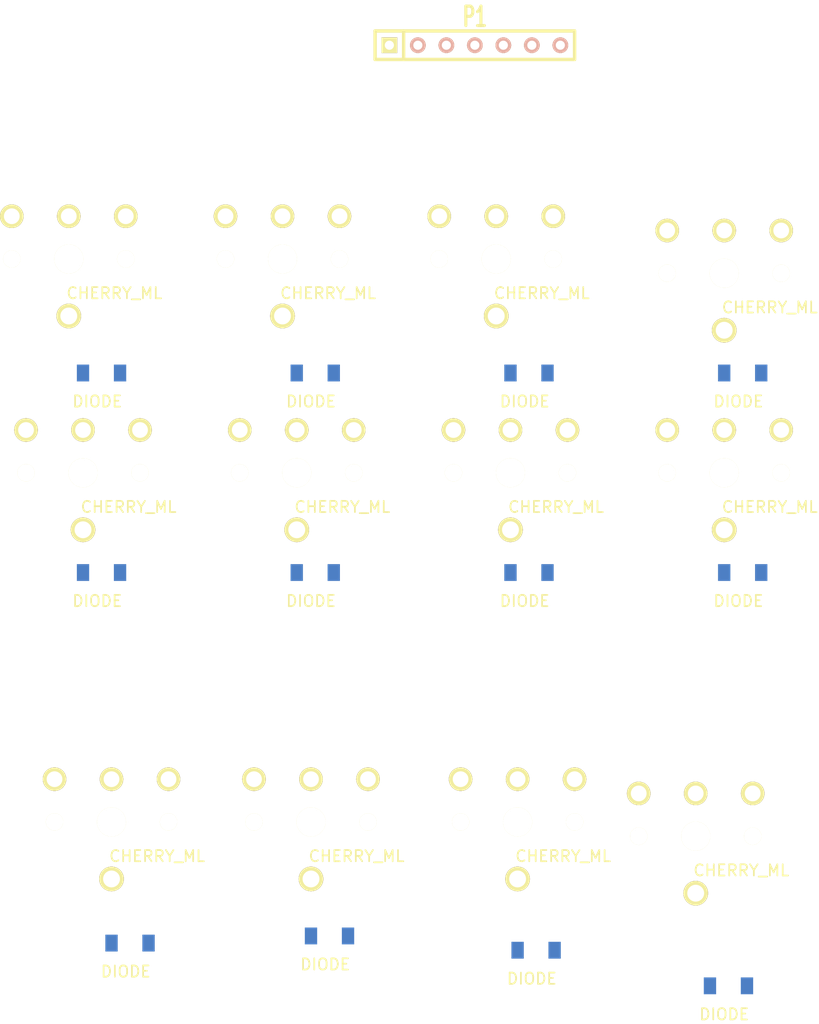
<source format=kicad_pcb>
(kicad_pcb (version 3) (host pcbnew "(2013-07-07 BZR 4022)-stable")

  (general
    (links 48)
    (no_connects 48)
    (area 191.736 110.48873 264.663 201.489)
    (thickness 1.6)
    (drawings 0)
    (tracks 0)
    (zones 0)
    (modules 25)
    (nets 29)
  )

  (page A3)
  (layers
    (15 F.Cu signal)
    (0 B.Cu signal)
    (16 B.Adhes user)
    (17 F.Adhes user)
    (18 B.Paste user)
    (19 F.Paste user)
    (20 B.SilkS user)
    (21 F.SilkS user)
    (22 B.Mask user)
    (23 F.Mask user)
    (24 Dwgs.User user)
    (25 Cmts.User user)
    (26 Eco1.User user)
    (27 Eco2.User user)
    (28 Edge.Cuts user)
  )

  (setup
    (last_trace_width 0.254)
    (trace_clearance 0.254)
    (zone_clearance 0.508)
    (zone_45_only no)
    (trace_min 0.254)
    (segment_width 0.2)
    (edge_width 0.15)
    (via_size 0.889)
    (via_drill 0.635)
    (via_min_size 0.889)
    (via_min_drill 0.508)
    (uvia_size 0.508)
    (uvia_drill 0.127)
    (uvias_allowed no)
    (uvia_min_size 0.508)
    (uvia_min_drill 0.127)
    (pcb_text_width 0.3)
    (pcb_text_size 1.5 1.5)
    (mod_edge_width 0.15)
    (mod_text_size 1.5 1.5)
    (mod_text_width 0.15)
    (pad_size 1.524 1.524)
    (pad_drill 0.762)
    (pad_to_mask_clearance 0.2)
    (aux_axis_origin 0 0)
    (visible_elements 7FFFFFFF)
    (pcbplotparams
      (layerselection 3178497)
      (usegerberextensions true)
      (excludeedgelayer true)
      (linewidth 0.100000)
      (plotframeref false)
      (viasonmask false)
      (mode 1)
      (useauxorigin false)
      (hpglpennumber 1)
      (hpglpenspeed 20)
      (hpglpendiameter 15)
      (hpglpenoverlay 2)
      (psnegative false)
      (psa4output false)
      (plotreference true)
      (plotvalue true)
      (plotothertext true)
      (plotinvisibletext false)
      (padsonsilk false)
      (subtractmaskfromsilk false)
      (outputformat 1)
      (mirror false)
      (drillshape 1)
      (scaleselection 1)
      (outputdirectory ""))
  )

  (net 0 "")
  (net 1 N-000001)
  (net 2 N-0000010)
  (net 3 N-0000011)
  (net 4 N-0000012)
  (net 5 N-0000013)
  (net 6 N-0000014)
  (net 7 N-0000018)
  (net 8 N-0000019)
  (net 9 N-000002)
  (net 10 N-0000020)
  (net 11 N-0000021)
  (net 12 N-0000022)
  (net 13 N-0000023)
  (net 14 N-0000024)
  (net 15 N-0000025)
  (net 16 N-0000026)
  (net 17 N-0000027)
  (net 18 N-0000028)
  (net 19 N-0000029)
  (net 20 N-000003)
  (net 21 N-0000030)
  (net 22 N-0000031)
  (net 23 N-000004)
  (net 24 N-000005)
  (net 25 N-000006)
  (net 26 N-000007)
  (net 27 N-000008)
  (net 28 N-000009)

  (net_class Default "This is the default net class."
    (clearance 0.254)
    (trace_width 0.254)
    (via_dia 0.889)
    (via_drill 0.635)
    (uvia_dia 0.508)
    (uvia_drill 0.127)
    (add_net "")
    (add_net N-000001)
    (add_net N-0000010)
    (add_net N-0000011)
    (add_net N-0000012)
    (add_net N-0000013)
    (add_net N-0000014)
    (add_net N-0000018)
    (add_net N-0000019)
    (add_net N-000002)
    (add_net N-0000020)
    (add_net N-0000021)
    (add_net N-0000022)
    (add_net N-0000023)
    (add_net N-0000024)
    (add_net N-0000025)
    (add_net N-0000026)
    (add_net N-0000027)
    (add_net N-0000028)
    (add_net N-0000029)
    (add_net N-000003)
    (add_net N-0000030)
    (add_net N-0000031)
    (add_net N-000004)
    (add_net N-000005)
    (add_net N-000006)
    (add_net N-000007)
    (add_net N-000008)
    (add_net N-000009)
  )

  (module SIL-7 (layer F.Cu) (tedit 200000) (tstamp 56412051)
    (at 233.045 114.3)
    (descr "Connecteur 7 pins")
    (tags "CONN DEV")
    (path /563F87A4)
    (fp_text reference P1 (at 0 -2.54) (layer F.SilkS)
      (effects (font (size 1.72974 1.08712) (thickness 0.3048)))
    )
    (fp_text value CONN_7 (at 0 -2.54) (layer F.SilkS) hide
      (effects (font (size 1.524 1.016) (thickness 0.3048)))
    )
    (fp_line (start -8.89 -1.27) (end -8.89 -1.27) (layer F.SilkS) (width 0.3048))
    (fp_line (start -8.89 -1.27) (end 8.89 -1.27) (layer F.SilkS) (width 0.3048))
    (fp_line (start 8.89 -1.27) (end 8.89 1.27) (layer F.SilkS) (width 0.3048))
    (fp_line (start 8.89 1.27) (end -8.89 1.27) (layer F.SilkS) (width 0.3048))
    (fp_line (start -8.89 1.27) (end -8.89 -1.27) (layer F.SilkS) (width 0.3048))
    (fp_line (start -6.35 1.27) (end -6.35 1.27) (layer F.SilkS) (width 0.3048))
    (fp_line (start -6.35 1.27) (end -6.35 -1.27) (layer F.SilkS) (width 0.3048))
    (pad 1 thru_hole rect (at -7.62 0) (size 1.397 1.397) (drill 0.8128)
      (layers *.Cu *.Mask F.SilkS)
      (net 12 N-0000022)
    )
    (pad 2 thru_hole circle (at -5.08 0) (size 1.397 1.397) (drill 0.8128)
      (layers *.Cu *.SilkS *.Mask)
      (net 19 N-0000029)
    )
    (pad 3 thru_hole circle (at -2.54 0) (size 1.397 1.397) (drill 0.8128)
      (layers *.Cu *.SilkS *.Mask)
      (net 25 N-000006)
    )
    (pad 4 thru_hole circle (at 0 0) (size 1.397 1.397) (drill 0.8128)
      (layers *.Cu *.SilkS *.Mask)
      (net 7 N-0000018)
    )
    (pad 5 thru_hole circle (at 2.54 0) (size 1.397 1.397) (drill 0.8128)
      (layers *.Cu *.SilkS *.Mask)
      (net 28 N-000009)
    )
    (pad 6 thru_hole circle (at 5.08 0) (size 1.397 1.397) (drill 0.8128)
      (layers *.Cu *.SilkS *.Mask)
      (net 5 N-0000013)
    )
    (pad 7 thru_hole circle (at 7.62 0) (size 1.397 1.397) (drill 0.8128)
      (layers *.Cu *.SilkS *.Mask)
      (net 9 N-000002)
    )
  )

  (module CHERRY_ML (layer F.Cu) (tedit 563F8269) (tstamp 5641205C)
    (at 215.9 133.35)
    (path /563F860F)
    (fp_text reference K6 (at -3.556 3.048) (layer F.SilkS) hide
      (effects (font (size 1 1) (thickness 0.15)))
    )
    (fp_text value CHERRY_ML (at 4.064 3.048) (layer F.SilkS)
      (effects (font (size 1 1) (thickness 0.15)))
    )
    (pad "" np_thru_hole circle (at 0 0) (size 2.6 2.6) (drill 2.6)
      (layers *.Cu *.Mask F.SilkS)
    )
    (pad "" np_thru_hole circle (at -5.08 0) (size 1.55 1.55) (drill 1.55)
      (layers *.Cu *.Mask F.SilkS)
    )
    (pad "" np_thru_hole circle (at 5.08 0) (size 1.55 1.55) (drill 1.55)
      (layers *.Cu *.Mask F.SilkS)
    )
    (pad 4 thru_hole circle (at 5.08 -3.81) (size 2.1 2.1) (drill 1.4)
      (layers *.Cu *.Mask F.SilkS)
      (net 16 N-0000026)
    )
    (pad 3 thru_hole circle (at -5.08 -3.81) (size 2.1 2.1) (drill 1.4)
      (layers *.Cu *.Mask F.SilkS)
      (net 15 N-0000025)
    )
    (pad 2 thru_hole circle (at 0 5.08) (size 2.2 2.2) (drill 1.5)
      (layers *.Cu *.Mask F.SilkS)
      (net 27 N-000008)
    )
    (pad 1 thru_hole circle (at 0 -3.81) (size 2.1 2.1) (drill 1.4)
      (layers *.Cu *.Mask F.SilkS)
      (net 15 N-0000025)
    )
  )

  (module CHERRY_ML (layer F.Cu) (tedit 563F8269) (tstamp 56412067)
    (at 234.95 133.35)
    (path /563F8632)
    (fp_text reference K7 (at -3.556 3.048) (layer F.SilkS) hide
      (effects (font (size 1 1) (thickness 0.15)))
    )
    (fp_text value CHERRY_ML (at 4.064 3.048) (layer F.SilkS)
      (effects (font (size 1 1) (thickness 0.15)))
    )
    (pad "" np_thru_hole circle (at 0 0) (size 2.6 2.6) (drill 2.6)
      (layers *.Cu *.Mask F.SilkS)
    )
    (pad "" np_thru_hole circle (at -5.08 0) (size 1.55 1.55) (drill 1.55)
      (layers *.Cu *.Mask F.SilkS)
    )
    (pad "" np_thru_hole circle (at 5.08 0) (size 1.55 1.55) (drill 1.55)
      (layers *.Cu *.Mask F.SilkS)
    )
    (pad 4 thru_hole circle (at 5.08 -3.81) (size 2.1 2.1) (drill 1.4)
      (layers *.Cu *.Mask F.SilkS)
      (net 10 N-0000020)
    )
    (pad 3 thru_hole circle (at -5.08 -3.81) (size 2.1 2.1) (drill 1.4)
      (layers *.Cu *.Mask F.SilkS)
      (net 16 N-0000026)
    )
    (pad 2 thru_hole circle (at 0 5.08) (size 2.2 2.2) (drill 1.5)
      (layers *.Cu *.Mask F.SilkS)
      (net 4 N-0000012)
    )
    (pad 1 thru_hole circle (at 0 -3.81) (size 2.1 2.1) (drill 1.4)
      (layers *.Cu *.Mask F.SilkS)
      (net 16 N-0000026)
    )
  )

  (module CHERRY_ML (layer F.Cu) (tedit 563F8269) (tstamp 56412072)
    (at 198.12 152.4)
    (path /563F8641)
    (fp_text reference K2 (at -3.556 3.048) (layer F.SilkS) hide
      (effects (font (size 1 1) (thickness 0.15)))
    )
    (fp_text value CHERRY_ML (at 4.064 3.048) (layer F.SilkS)
      (effects (font (size 1 1) (thickness 0.15)))
    )
    (pad "" np_thru_hole circle (at 0 0) (size 2.6 2.6) (drill 2.6)
      (layers *.Cu *.Mask F.SilkS)
    )
    (pad "" np_thru_hole circle (at -5.08 0) (size 1.55 1.55) (drill 1.55)
      (layers *.Cu *.Mask F.SilkS)
    )
    (pad "" np_thru_hole circle (at 5.08 0) (size 1.55 1.55) (drill 1.55)
      (layers *.Cu *.Mask F.SilkS)
    )
    (pad 4 thru_hole circle (at 5.08 -3.81) (size 2.1 2.1) (drill 1.4)
      (layers *.Cu *.Mask F.SilkS)
      (net 21 N-0000030)
    )
    (pad 3 thru_hole circle (at -5.08 -3.81) (size 2.1 2.1) (drill 1.4)
      (layers *.Cu *.Mask F.SilkS)
      (net 19 N-0000029)
    )
    (pad 2 thru_hole circle (at 0 5.08) (size 2.2 2.2) (drill 1.5)
      (layers *.Cu *.Mask F.SilkS)
      (net 18 N-0000028)
    )
    (pad 1 thru_hole circle (at 0 -3.81) (size 2.1 2.1) (drill 1.4)
      (layers *.Cu *.Mask F.SilkS)
      (net 19 N-0000029)
    )
  )

  (module CHERRY_ML (layer F.Cu) (tedit 563F8269) (tstamp 5641207D)
    (at 217.17 152.4)
    (path /563F8650)
    (fp_text reference K4 (at -3.556 3.048) (layer F.SilkS) hide
      (effects (font (size 1 1) (thickness 0.15)))
    )
    (fp_text value CHERRY_ML (at 4.064 3.048) (layer F.SilkS)
      (effects (font (size 1 1) (thickness 0.15)))
    )
    (pad "" np_thru_hole circle (at 0 0) (size 2.6 2.6) (drill 2.6)
      (layers *.Cu *.Mask F.SilkS)
    )
    (pad "" np_thru_hole circle (at -5.08 0) (size 1.55 1.55) (drill 1.55)
      (layers *.Cu *.Mask F.SilkS)
    )
    (pad "" np_thru_hole circle (at 5.08 0) (size 1.55 1.55) (drill 1.55)
      (layers *.Cu *.Mask F.SilkS)
    )
    (pad 4 thru_hole circle (at 5.08 -3.81) (size 2.1 2.1) (drill 1.4)
      (layers *.Cu *.Mask F.SilkS)
      (net 8 N-0000019)
    )
    (pad 3 thru_hole circle (at -5.08 -3.81) (size 2.1 2.1) (drill 1.4)
      (layers *.Cu *.Mask F.SilkS)
      (net 21 N-0000030)
    )
    (pad 2 thru_hole circle (at 0 5.08) (size 2.2 2.2) (drill 1.5)
      (layers *.Cu *.Mask F.SilkS)
      (net 2 N-0000010)
    )
    (pad 1 thru_hole circle (at 0 -3.81) (size 2.1 2.1) (drill 1.4)
      (layers *.Cu *.Mask F.SilkS)
      (net 21 N-0000030)
    )
  )

  (module CHERRY_ML (layer F.Cu) (tedit 563F8269) (tstamp 56412088)
    (at 236.22 152.4)
    (path /563F865F)
    (fp_text reference K8 (at -3.556 3.048) (layer F.SilkS) hide
      (effects (font (size 1 1) (thickness 0.15)))
    )
    (fp_text value CHERRY_ML (at 4.064 3.048) (layer F.SilkS)
      (effects (font (size 1 1) (thickness 0.15)))
    )
    (pad "" np_thru_hole circle (at 0 0) (size 2.6 2.6) (drill 2.6)
      (layers *.Cu *.Mask F.SilkS)
    )
    (pad "" np_thru_hole circle (at -5.08 0) (size 1.55 1.55) (drill 1.55)
      (layers *.Cu *.Mask F.SilkS)
    )
    (pad "" np_thru_hole circle (at 5.08 0) (size 1.55 1.55) (drill 1.55)
      (layers *.Cu *.Mask F.SilkS)
    )
    (pad 4 thru_hole circle (at 5.08 -3.81) (size 2.1 2.1) (drill 1.4)
      (layers *.Cu *.Mask F.SilkS)
      (net 11 N-0000021)
    )
    (pad 3 thru_hole circle (at -5.08 -3.81) (size 2.1 2.1) (drill 1.4)
      (layers *.Cu *.Mask F.SilkS)
      (net 8 N-0000019)
    )
    (pad 2 thru_hole circle (at 0 5.08) (size 2.2 2.2) (drill 1.5)
      (layers *.Cu *.Mask F.SilkS)
      (net 24 N-000005)
    )
    (pad 1 thru_hole circle (at 0 -3.81) (size 2.1 2.1) (drill 1.4)
      (layers *.Cu *.Mask F.SilkS)
      (net 8 N-0000019)
    )
  )

  (module CHERRY_ML (layer F.Cu) (tedit 563F8269) (tstamp 56412093)
    (at 255.27 134.62)
    (path /563F866E)
    (fp_text reference K10 (at -3.556 3.048) (layer F.SilkS) hide
      (effects (font (size 1 1) (thickness 0.15)))
    )
    (fp_text value CHERRY_ML (at 4.064 3.048) (layer F.SilkS)
      (effects (font (size 1 1) (thickness 0.15)))
    )
    (pad "" np_thru_hole circle (at 0 0) (size 2.6 2.6) (drill 2.6)
      (layers *.Cu *.Mask F.SilkS)
    )
    (pad "" np_thru_hole circle (at -5.08 0) (size 1.55 1.55) (drill 1.55)
      (layers *.Cu *.Mask F.SilkS)
    )
    (pad "" np_thru_hole circle (at 5.08 0) (size 1.55 1.55) (drill 1.55)
      (layers *.Cu *.Mask F.SilkS)
    )
    (pad 4 thru_hole circle (at 5.08 -3.81) (size 2.1 2.1) (drill 1.4)
      (layers *.Cu *.Mask F.SilkS)
    )
    (pad 3 thru_hole circle (at -5.08 -3.81) (size 2.1 2.1) (drill 1.4)
      (layers *.Cu *.Mask F.SilkS)
      (net 10 N-0000020)
    )
    (pad 2 thru_hole circle (at 0 5.08) (size 2.2 2.2) (drill 1.5)
      (layers *.Cu *.Mask F.SilkS)
      (net 1 N-000001)
    )
    (pad 1 thru_hole circle (at 0 -3.81) (size 2.1 2.1) (drill 1.4)
      (layers *.Cu *.Mask F.SilkS)
      (net 10 N-0000020)
    )
  )

  (module CHERRY_ML (layer F.Cu) (tedit 563F8269) (tstamp 5641209E)
    (at 255.27 152.4)
    (path /563F867D)
    (fp_text reference K11 (at -3.556 3.048) (layer F.SilkS) hide
      (effects (font (size 1 1) (thickness 0.15)))
    )
    (fp_text value CHERRY_ML (at 4.064 3.048) (layer F.SilkS)
      (effects (font (size 1 1) (thickness 0.15)))
    )
    (pad "" np_thru_hole circle (at 0 0) (size 2.6 2.6) (drill 2.6)
      (layers *.Cu *.Mask F.SilkS)
    )
    (pad "" np_thru_hole circle (at -5.08 0) (size 1.55 1.55) (drill 1.55)
      (layers *.Cu *.Mask F.SilkS)
    )
    (pad "" np_thru_hole circle (at 5.08 0) (size 1.55 1.55) (drill 1.55)
      (layers *.Cu *.Mask F.SilkS)
    )
    (pad 4 thru_hole circle (at 5.08 -3.81) (size 2.1 2.1) (drill 1.4)
      (layers *.Cu *.Mask F.SilkS)
    )
    (pad 3 thru_hole circle (at -5.08 -3.81) (size 2.1 2.1) (drill 1.4)
      (layers *.Cu *.Mask F.SilkS)
      (net 11 N-0000021)
    )
    (pad 2 thru_hole circle (at 0 5.08) (size 2.2 2.2) (drill 1.5)
      (layers *.Cu *.Mask F.SilkS)
      (net 20 N-000003)
    )
    (pad 1 thru_hole circle (at 0 -3.81) (size 2.1 2.1) (drill 1.4)
      (layers *.Cu *.Mask F.SilkS)
      (net 11 N-0000021)
    )
  )

  (module CHERRY_ML (layer F.Cu) (tedit 563F8269) (tstamp 564120A9)
    (at 200.66 183.515)
    (path /563F86A0)
    (fp_text reference K3 (at -3.556 3.048) (layer F.SilkS) hide
      (effects (font (size 1 1) (thickness 0.15)))
    )
    (fp_text value CHERRY_ML (at 4.064 3.048) (layer F.SilkS)
      (effects (font (size 1 1) (thickness 0.15)))
    )
    (pad "" np_thru_hole circle (at 0 0) (size 2.6 2.6) (drill 2.6)
      (layers *.Cu *.Mask F.SilkS)
    )
    (pad "" np_thru_hole circle (at -5.08 0) (size 1.55 1.55) (drill 1.55)
      (layers *.Cu *.Mask F.SilkS)
    )
    (pad "" np_thru_hole circle (at 5.08 0) (size 1.55 1.55) (drill 1.55)
      (layers *.Cu *.Mask F.SilkS)
    )
    (pad 4 thru_hole circle (at 5.08 -3.81) (size 2.1 2.1) (drill 1.4)
      (layers *.Cu *.Mask F.SilkS)
      (net 13 N-0000023)
    )
    (pad 3 thru_hole circle (at -5.08 -3.81) (size 2.1 2.1) (drill 1.4)
      (layers *.Cu *.Mask F.SilkS)
      (net 12 N-0000022)
    )
    (pad 2 thru_hole circle (at 0 5.08) (size 2.2 2.2) (drill 1.5)
      (layers *.Cu *.Mask F.SilkS)
      (net 26 N-000007)
    )
    (pad 1 thru_hole circle (at 0 -3.81) (size 2.1 2.1) (drill 1.4)
      (layers *.Cu *.Mask F.SilkS)
      (net 12 N-0000022)
    )
  )

  (module CHERRY_ML (layer F.Cu) (tedit 563F8269) (tstamp 564120B4)
    (at 218.44 183.515)
    (path /563F86B9)
    (fp_text reference K5 (at -3.556 3.048) (layer F.SilkS) hide
      (effects (font (size 1 1) (thickness 0.15)))
    )
    (fp_text value CHERRY_ML (at 4.064 3.048) (layer F.SilkS)
      (effects (font (size 1 1) (thickness 0.15)))
    )
    (pad "" np_thru_hole circle (at 0 0) (size 2.6 2.6) (drill 2.6)
      (layers *.Cu *.Mask F.SilkS)
    )
    (pad "" np_thru_hole circle (at -5.08 0) (size 1.55 1.55) (drill 1.55)
      (layers *.Cu *.Mask F.SilkS)
    )
    (pad "" np_thru_hole circle (at 5.08 0) (size 1.55 1.55) (drill 1.55)
      (layers *.Cu *.Mask F.SilkS)
    )
    (pad 4 thru_hole circle (at 5.08 -3.81) (size 2.1 2.1) (drill 1.4)
      (layers *.Cu *.Mask F.SilkS)
      (net 17 N-0000027)
    )
    (pad 3 thru_hole circle (at -5.08 -3.81) (size 2.1 2.1) (drill 1.4)
      (layers *.Cu *.Mask F.SilkS)
      (net 13 N-0000023)
    )
    (pad 2 thru_hole circle (at 0 5.08) (size 2.2 2.2) (drill 1.5)
      (layers *.Cu *.Mask F.SilkS)
      (net 3 N-0000011)
    )
    (pad 1 thru_hole circle (at 0 -3.81) (size 2.1 2.1) (drill 1.4)
      (layers *.Cu *.Mask F.SilkS)
      (net 13 N-0000023)
    )
  )

  (module CHERRY_ML (layer F.Cu) (tedit 563F8269) (tstamp 564120BF)
    (at 236.855 183.515)
    (path /563F86C8)
    (fp_text reference K9 (at -3.556 3.048) (layer F.SilkS) hide
      (effects (font (size 1 1) (thickness 0.15)))
    )
    (fp_text value CHERRY_ML (at 4.064 3.048) (layer F.SilkS)
      (effects (font (size 1 1) (thickness 0.15)))
    )
    (pad "" np_thru_hole circle (at 0 0) (size 2.6 2.6) (drill 2.6)
      (layers *.Cu *.Mask F.SilkS)
    )
    (pad "" np_thru_hole circle (at -5.08 0) (size 1.55 1.55) (drill 1.55)
      (layers *.Cu *.Mask F.SilkS)
    )
    (pad "" np_thru_hole circle (at 5.08 0) (size 1.55 1.55) (drill 1.55)
      (layers *.Cu *.Mask F.SilkS)
    )
    (pad 4 thru_hole circle (at 5.08 -3.81) (size 2.1 2.1) (drill 1.4)
      (layers *.Cu *.Mask F.SilkS)
      (net 22 N-0000031)
    )
    (pad 3 thru_hole circle (at -5.08 -3.81) (size 2.1 2.1) (drill 1.4)
      (layers *.Cu *.Mask F.SilkS)
      (net 17 N-0000027)
    )
    (pad 2 thru_hole circle (at 0 5.08) (size 2.2 2.2) (drill 1.5)
      (layers *.Cu *.Mask F.SilkS)
      (net 6 N-0000014)
    )
    (pad 1 thru_hole circle (at 0 -3.81) (size 2.1 2.1) (drill 1.4)
      (layers *.Cu *.Mask F.SilkS)
      (net 17 N-0000027)
    )
  )

  (module CHERRY_ML (layer F.Cu) (tedit 563F8269) (tstamp 564120CA)
    (at 252.73 184.785)
    (path /563F86D7)
    (fp_text reference K12 (at -3.556 3.048) (layer F.SilkS) hide
      (effects (font (size 1 1) (thickness 0.15)))
    )
    (fp_text value CHERRY_ML (at 4.064 3.048) (layer F.SilkS)
      (effects (font (size 1 1) (thickness 0.15)))
    )
    (pad "" np_thru_hole circle (at 0 0) (size 2.6 2.6) (drill 2.6)
      (layers *.Cu *.Mask F.SilkS)
    )
    (pad "" np_thru_hole circle (at -5.08 0) (size 1.55 1.55) (drill 1.55)
      (layers *.Cu *.Mask F.SilkS)
    )
    (pad "" np_thru_hole circle (at 5.08 0) (size 1.55 1.55) (drill 1.55)
      (layers *.Cu *.Mask F.SilkS)
    )
    (pad 4 thru_hole circle (at 5.08 -3.81) (size 2.1 2.1) (drill 1.4)
      (layers *.Cu *.Mask F.SilkS)
    )
    (pad 3 thru_hole circle (at -5.08 -3.81) (size 2.1 2.1) (drill 1.4)
      (layers *.Cu *.Mask F.SilkS)
      (net 22 N-0000031)
    )
    (pad 2 thru_hole circle (at 0 5.08) (size 2.2 2.2) (drill 1.5)
      (layers *.Cu *.Mask F.SilkS)
      (net 23 N-000004)
    )
    (pad 1 thru_hole circle (at 0 -3.81) (size 2.1 2.1) (drill 1.4)
      (layers *.Cu *.Mask F.SilkS)
      (net 22 N-0000031)
    )
  )

  (module CHERRY_ML (layer F.Cu) (tedit 563F8269) (tstamp 564120D5)
    (at 196.85 133.35)
    (path /563F8600)
    (fp_text reference K1 (at -3.556 3.048) (layer F.SilkS) hide
      (effects (font (size 1 1) (thickness 0.15)))
    )
    (fp_text value CHERRY_ML (at 4.064 3.048) (layer F.SilkS)
      (effects (font (size 1 1) (thickness 0.15)))
    )
    (pad "" np_thru_hole circle (at 0 0) (size 2.6 2.6) (drill 2.6)
      (layers *.Cu *.Mask F.SilkS)
    )
    (pad "" np_thru_hole circle (at -5.08 0) (size 1.55 1.55) (drill 1.55)
      (layers *.Cu *.Mask F.SilkS)
    )
    (pad "" np_thru_hole circle (at 5.08 0) (size 1.55 1.55) (drill 1.55)
      (layers *.Cu *.Mask F.SilkS)
    )
    (pad 4 thru_hole circle (at 5.08 -3.81) (size 2.1 2.1) (drill 1.4)
      (layers *.Cu *.Mask F.SilkS)
      (net 15 N-0000025)
    )
    (pad 3 thru_hole circle (at -5.08 -3.81) (size 2.1 2.1) (drill 1.4)
      (layers *.Cu *.Mask F.SilkS)
      (net 25 N-000006)
    )
    (pad 2 thru_hole circle (at 0 5.08) (size 2.2 2.2) (drill 1.5)
      (layers *.Cu *.Mask F.SilkS)
      (net 14 N-0000024)
    )
    (pad 1 thru_hole circle (at 0 -3.81) (size 2.1 2.1) (drill 1.4)
      (layers *.Cu *.Mask F.SilkS)
      (net 25 N-000006)
    )
  )

  (module 4148_rev2 (layer F.Cu) (tedit 564105A0) (tstamp 564120DB)
    (at 255.27 161.29)
    (path /563F8795)
    (fp_text reference D11 (at 1.27 -2.54) (layer F.SilkS) hide
      (effects (font (size 1 1) (thickness 0.15)))
    )
    (fp_text value DIODE (at 1.27 2.54) (layer F.SilkS)
      (effects (font (size 1 1) (thickness 0.15)))
    )
    (pad 1 smd rect (at 0 0) (size 1.1 1.5)
      (layers B.Cu F.Paste F.Mask)
      (net 20 N-000003)
    )
    (pad 2 smd rect (at 3.3 0) (size 1.1 1.5)
      (layers B.Cu F.Paste F.Mask)
      (net 9 N-000002)
    )
  )

  (module 4148_rev2 (layer F.Cu) (tedit 564105A0) (tstamp 564120E1)
    (at 254 198.12)
    (path /563F8824)
    (fp_text reference D12 (at 1.27 -2.54) (layer F.SilkS) hide
      (effects (font (size 1 1) (thickness 0.15)))
    )
    (fp_text value DIODE (at 1.27 2.54) (layer F.SilkS)
      (effects (font (size 1 1) (thickness 0.15)))
    )
    (pad 1 smd rect (at 0 0) (size 1.1 1.5)
      (layers B.Cu F.Paste F.Mask)
      (net 23 N-000004)
    )
    (pad 2 smd rect (at 3.3 0) (size 1.1 1.5)
      (layers B.Cu F.Paste F.Mask)
      (net 9 N-000002)
    )
  )

  (module 4148_rev2 (layer F.Cu) (tedit 564105A0) (tstamp 564120E7)
    (at 200.66 194.31)
    (path /563F87DE)
    (fp_text reference D3 (at 1.27 -2.54) (layer F.SilkS) hide
      (effects (font (size 1 1) (thickness 0.15)))
    )
    (fp_text value DIODE (at 1.27 2.54) (layer F.SilkS)
      (effects (font (size 1 1) (thickness 0.15)))
    )
    (pad 1 smd rect (at 0 0) (size 1.1 1.5)
      (layers B.Cu F.Paste F.Mask)
      (net 26 N-000007)
    )
    (pad 2 smd rect (at 3.3 0) (size 1.1 1.5)
      (layers B.Cu F.Paste F.Mask)
      (net 7 N-0000018)
    )
  )

  (module 4148_rev2 (layer F.Cu) (tedit 564105A0) (tstamp 564120ED)
    (at 218.44 193.675)
    (path /563F8806)
    (fp_text reference D5 (at 1.27 -2.54) (layer F.SilkS) hide
      (effects (font (size 1 1) (thickness 0.15)))
    )
    (fp_text value DIODE (at 1.27 2.54) (layer F.SilkS)
      (effects (font (size 1 1) (thickness 0.15)))
    )
    (pad 1 smd rect (at 0 0) (size 1.1 1.5)
      (layers B.Cu F.Paste F.Mask)
      (net 3 N-0000011)
    )
    (pad 2 smd rect (at 3.3 0) (size 1.1 1.5)
      (layers B.Cu F.Paste F.Mask)
      (net 28 N-000009)
    )
  )

  (module 4148_rev2 (layer F.Cu) (tedit 564105A0) (tstamp 564120F3)
    (at 236.855 194.945)
    (path /563F8815)
    (fp_text reference D9 (at 1.27 -2.54) (layer F.SilkS) hide
      (effects (font (size 1 1) (thickness 0.15)))
    )
    (fp_text value DIODE (at 1.27 2.54) (layer F.SilkS)
      (effects (font (size 1 1) (thickness 0.15)))
    )
    (pad 1 smd rect (at 0 0) (size 1.1 1.5)
      (layers B.Cu F.Paste F.Mask)
      (net 6 N-0000014)
    )
    (pad 2 smd rect (at 3.3 0) (size 1.1 1.5)
      (layers B.Cu F.Paste F.Mask)
      (net 5 N-0000013)
    )
  )

  (module 4148_rev2 (layer F.Cu) (tedit 564105A0) (tstamp 564120F9)
    (at 236.22 161.29)
    (path /563F8786)
    (fp_text reference D8 (at 1.27 -2.54) (layer F.SilkS) hide
      (effects (font (size 1 1) (thickness 0.15)))
    )
    (fp_text value DIODE (at 1.27 2.54) (layer F.SilkS)
      (effects (font (size 1 1) (thickness 0.15)))
    )
    (pad 1 smd rect (at 0 0) (size 1.1 1.5)
      (layers B.Cu F.Paste F.Mask)
      (net 24 N-000005)
    )
    (pad 2 smd rect (at 3.3 0) (size 1.1 1.5)
      (layers B.Cu F.Paste F.Mask)
      (net 5 N-0000013)
    )
  )

  (module 4148_rev2 (layer F.Cu) (tedit 564105A0) (tstamp 564120FF)
    (at 217.17 161.29)
    (path /563F8777)
    (fp_text reference D4 (at 1.27 -2.54) (layer F.SilkS) hide
      (effects (font (size 1 1) (thickness 0.15)))
    )
    (fp_text value DIODE (at 1.27 2.54) (layer F.SilkS)
      (effects (font (size 1 1) (thickness 0.15)))
    )
    (pad 1 smd rect (at 0 0) (size 1.1 1.5)
      (layers B.Cu F.Paste F.Mask)
      (net 2 N-0000010)
    )
    (pad 2 smd rect (at 3.3 0) (size 1.1 1.5)
      (layers B.Cu F.Paste F.Mask)
      (net 28 N-000009)
    )
  )

  (module 4148_rev2 (layer F.Cu) (tedit 564105A0) (tstamp 56412105)
    (at 198.12 161.29)
    (path /563F875E)
    (fp_text reference D2 (at 1.27 -2.54) (layer F.SilkS) hide
      (effects (font (size 1 1) (thickness 0.15)))
    )
    (fp_text value DIODE (at 1.27 2.54) (layer F.SilkS)
      (effects (font (size 1 1) (thickness 0.15)))
    )
    (pad 1 smd rect (at 0 0) (size 1.1 1.5)
      (layers B.Cu F.Paste F.Mask)
      (net 18 N-0000028)
    )
    (pad 2 smd rect (at 3.3 0) (size 1.1 1.5)
      (layers B.Cu F.Paste F.Mask)
      (net 7 N-0000018)
    )
  )

  (module 4148_rev2 (layer F.Cu) (tedit 564105A0) (tstamp 5641210B)
    (at 255.27 143.51)
    (path /563F8713)
    (fp_text reference D10 (at 1.27 -2.54) (layer F.SilkS) hide
      (effects (font (size 1 1) (thickness 0.15)))
    )
    (fp_text value DIODE (at 1.27 2.54) (layer F.SilkS)
      (effects (font (size 1 1) (thickness 0.15)))
    )
    (pad 1 smd rect (at 0 0) (size 1.1 1.5)
      (layers B.Cu F.Paste F.Mask)
      (net 1 N-000001)
    )
    (pad 2 smd rect (at 3.3 0) (size 1.1 1.5)
      (layers B.Cu F.Paste F.Mask)
      (net 9 N-000002)
    )
  )

  (module 4148_rev2 (layer F.Cu) (tedit 564105A0) (tstamp 56412111)
    (at 236.22 143.51)
    (path /563F8704)
    (fp_text reference D7 (at 1.27 -2.54) (layer F.SilkS) hide
      (effects (font (size 1 1) (thickness 0.15)))
    )
    (fp_text value DIODE (at 1.27 2.54) (layer F.SilkS)
      (effects (font (size 1 1) (thickness 0.15)))
    )
    (pad 1 smd rect (at 0 0) (size 1.1 1.5)
      (layers B.Cu F.Paste F.Mask)
      (net 4 N-0000012)
    )
    (pad 2 smd rect (at 3.3 0) (size 1.1 1.5)
      (layers B.Cu F.Paste F.Mask)
      (net 5 N-0000013)
    )
  )

  (module 4148_rev2 (layer F.Cu) (tedit 564105A0) (tstamp 56412117)
    (at 217.17 143.51)
    (path /563F86F5)
    (fp_text reference D6 (at 1.27 -2.54) (layer F.SilkS) hide
      (effects (font (size 1 1) (thickness 0.15)))
    )
    (fp_text value DIODE (at 1.27 2.54) (layer F.SilkS)
      (effects (font (size 1 1) (thickness 0.15)))
    )
    (pad 1 smd rect (at 0 0) (size 1.1 1.5)
      (layers B.Cu F.Paste F.Mask)
      (net 27 N-000008)
    )
    (pad 2 smd rect (at 3.3 0) (size 1.1 1.5)
      (layers B.Cu F.Paste F.Mask)
      (net 28 N-000009)
    )
  )

  (module 4148_rev2 (layer F.Cu) (tedit 564105A0) (tstamp 5641211D)
    (at 198.12 143.51)
    (path /563F86E6)
    (fp_text reference D1 (at 1.27 -2.54) (layer F.SilkS) hide
      (effects (font (size 1 1) (thickness 0.15)))
    )
    (fp_text value DIODE (at 1.27 2.54) (layer F.SilkS)
      (effects (font (size 1 1) (thickness 0.15)))
    )
    (pad 1 smd rect (at 0 0) (size 1.1 1.5)
      (layers B.Cu F.Paste F.Mask)
      (net 14 N-0000024)
    )
    (pad 2 smd rect (at 3.3 0) (size 1.1 1.5)
      (layers B.Cu F.Paste F.Mask)
      (net 7 N-0000018)
    )
  )

)

</source>
